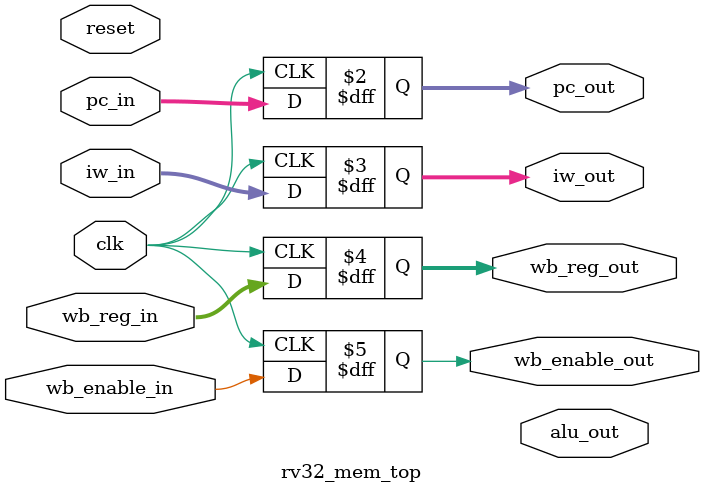
<source format=sv>
module rv32_mem_top
(
    // system clock and synchronous reset
    input clk,
    input reset,
    // from ex
    input [31:0] pc_in,
    input [31:0] iw_in,
    input [4:0] wb_reg_in,
    input wb_enable_in,
    // to wb
    output reg [31:0] pc_out,
    output reg [31:0] iw_out,
    output reg [31:0] alu_out,
    output reg [4:0] wb_reg_out,
    output reg wb_enable_out
);

    always_ff @ (posedge(clk))
    begin
        // register pc_in and iw_in to drive pc_out and iw_out
        pc_out <= pc_in;
        iw_out <= iw_in;
        wb_reg_out <= wb_reg_in;
        wb_enable_out <= wb_enable_in;
    end
    
endmodule
</source>
